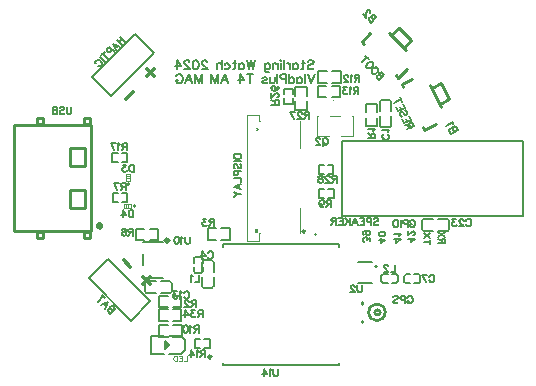
<source format=gbo>
G04 Layer: BottomSilkscreenLayer*
G04 Panelize: , Column: 1, Row: 1, Board Size: 43.14mm x 33.02mm, Panelized Board Size: 43.14mm x 33.02mm*
G04 EasyEDA v6.5.47, 2024-10-29 22:54:22*
G04 42380360e6cd4aec933f52dd5ad820ca,9a4ed40c0dd746429eaf55b84663d2fb,10*
G04 Gerber Generator version 0.2*
G04 Scale: 100 percent, Rotated: No, Reflected: No *
G04 Dimensions in millimeters *
G04 leading zeros omitted , absolute positions ,4 integer and 5 decimal *
%FSLAX45Y45*%
%MOMM*%

%ADD10C,0.1524*%
%ADD11C,0.1270*%
%ADD12C,0.3000*%
%ADD13C,0.1000*%
%ADD14C,0.1520*%
%ADD15C,0.0500*%
%ADD16C,0.2540*%
%ADD17C,0.1250*%
%ADD18C,0.0100*%
%ADD19C,0.1500*%
%ADD20C,0.2500*%
%ADD21C,0.0148*%

%LPD*%
D10*
X1356459Y1615528D02*
G01*
X1313599Y1572668D01*
X1356459Y1615528D02*
G01*
X1338092Y1633898D01*
X1329926Y1637979D01*
X1325844Y1637979D01*
X1319723Y1635940D01*
X1315641Y1631858D01*
X1313599Y1625734D01*
X1313599Y1621652D01*
X1317680Y1613489D01*
X1336050Y1595120D02*
G01*
X1317680Y1613489D01*
X1309517Y1617571D01*
X1305435Y1617571D01*
X1299314Y1615528D01*
X1293190Y1609407D01*
X1291148Y1603283D01*
X1291148Y1599201D01*
X1295229Y1591038D01*
X1313599Y1572668D01*
X1302169Y1669818D02*
G01*
X1304211Y1663697D01*
X1304211Y1655533D01*
X1302169Y1649409D01*
X1298087Y1641246D01*
X1287884Y1631040D01*
X1279720Y1626958D01*
X1273596Y1624919D01*
X1265433Y1624919D01*
X1259309Y1626958D01*
X1251145Y1635122D01*
X1249105Y1641246D01*
X1249105Y1649409D01*
X1251145Y1655533D01*
X1255227Y1663697D01*
X1265433Y1673900D01*
X1273596Y1677982D01*
X1279720Y1680024D01*
X1287884Y1680024D01*
X1294005Y1677982D01*
X1302169Y1669818D01*
X1256045Y1715945D02*
G01*
X1258084Y1709821D01*
X1258084Y1701657D01*
X1256045Y1695536D01*
X1251963Y1687372D01*
X1241757Y1677167D01*
X1233594Y1673085D01*
X1227470Y1671043D01*
X1219306Y1671043D01*
X1213185Y1673085D01*
X1205021Y1681248D01*
X1202979Y1687372D01*
X1202979Y1695536D01*
X1205021Y1701657D01*
X1209103Y1709821D01*
X1219306Y1720027D01*
X1227470Y1724108D01*
X1233594Y1726150D01*
X1241757Y1726150D01*
X1247881Y1724108D01*
X1256045Y1715945D01*
X1207876Y1764111D02*
G01*
X1165016Y1721251D01*
X1222164Y1749826D02*
G01*
X1193591Y1778398D01*
D11*
X705378Y1728810D02*
G01*
X712650Y1736084D01*
X723559Y1739719D01*
X738106Y1739719D01*
X749015Y1736084D01*
X756287Y1728810D01*
X756287Y1721538D01*
X752650Y1714266D01*
X749015Y1710629D01*
X741740Y1706993D01*
X719924Y1699719D01*
X712650Y1696085D01*
X709015Y1692447D01*
X705378Y1685175D01*
X705378Y1674266D01*
X712650Y1666993D01*
X723559Y1663357D01*
X738106Y1663357D01*
X749015Y1666993D01*
X756287Y1674266D01*
X670468Y1739719D02*
G01*
X670468Y1677903D01*
X666833Y1666993D01*
X659559Y1663357D01*
X652287Y1663357D01*
X681377Y1714266D02*
G01*
X655924Y1714266D01*
X584652Y1714266D02*
G01*
X584652Y1663357D01*
X584652Y1703357D02*
G01*
X591924Y1710629D01*
X599196Y1714266D01*
X610105Y1714266D01*
X617377Y1710629D01*
X624652Y1703357D01*
X628287Y1692447D01*
X628287Y1685175D01*
X624652Y1674266D01*
X617377Y1666993D01*
X610105Y1663357D01*
X599196Y1663357D01*
X591924Y1666993D01*
X584652Y1674266D01*
X560651Y1714266D02*
G01*
X560651Y1663357D01*
X560651Y1692447D02*
G01*
X557014Y1703357D01*
X549742Y1710629D01*
X542470Y1714266D01*
X531561Y1714266D01*
X507560Y1739719D02*
G01*
X507560Y1663357D01*
X483560Y1739719D02*
G01*
X479925Y1736084D01*
X476288Y1739719D01*
X479925Y1743356D01*
X483560Y1739719D01*
X479925Y1714266D02*
G01*
X479925Y1663357D01*
X452288Y1714266D02*
G01*
X452288Y1663357D01*
X452288Y1699719D02*
G01*
X441378Y1710629D01*
X434106Y1714266D01*
X423197Y1714266D01*
X415925Y1710629D01*
X412288Y1699719D01*
X412288Y1663357D01*
X344652Y1714266D02*
G01*
X344652Y1656085D01*
X348288Y1645175D01*
X351924Y1641538D01*
X359196Y1637903D01*
X370105Y1637903D01*
X377377Y1641538D01*
X344652Y1703357D02*
G01*
X351924Y1710629D01*
X359196Y1714266D01*
X370105Y1714266D01*
X377377Y1710629D01*
X384652Y1703357D01*
X388288Y1692447D01*
X388288Y1685175D01*
X384652Y1674266D01*
X377377Y1666993D01*
X370105Y1663357D01*
X359196Y1663357D01*
X351924Y1666993D01*
X344652Y1674266D01*
X264652Y1739719D02*
G01*
X246471Y1663357D01*
X228287Y1739719D02*
G01*
X246471Y1663357D01*
X228287Y1739719D02*
G01*
X210106Y1663357D01*
X191924Y1739719D02*
G01*
X210106Y1663357D01*
X124289Y1714266D02*
G01*
X124289Y1663357D01*
X124289Y1703357D02*
G01*
X131561Y1710629D01*
X138833Y1714266D01*
X149743Y1714266D01*
X157015Y1710629D01*
X164288Y1703357D01*
X167924Y1692447D01*
X167924Y1685175D01*
X164288Y1674266D01*
X157015Y1666993D01*
X149743Y1663357D01*
X138833Y1663357D01*
X131561Y1666993D01*
X124289Y1674266D01*
X89380Y1739719D02*
G01*
X89380Y1677903D01*
X85742Y1666993D01*
X78470Y1663357D01*
X71198Y1663357D01*
X100289Y1714266D02*
G01*
X74833Y1714266D01*
X3561Y1703357D02*
G01*
X10835Y1710629D01*
X18107Y1714266D01*
X29016Y1714266D01*
X36288Y1710629D01*
X43561Y1703357D01*
X47198Y1692447D01*
X47198Y1685175D01*
X43561Y1674266D01*
X36288Y1666993D01*
X29016Y1663357D01*
X18107Y1663357D01*
X10835Y1666993D01*
X3561Y1674266D01*
X-20439Y1739719D02*
G01*
X-20439Y1663357D01*
X-20439Y1699719D02*
G01*
X-31346Y1710629D01*
X-38620Y1714266D01*
X-49529Y1714266D01*
X-56802Y1710629D01*
X-60439Y1699719D01*
X-60439Y1663357D01*
X-144073Y1721538D02*
G01*
X-144073Y1725175D01*
X-147711Y1732447D01*
X-151345Y1736084D01*
X-158620Y1739719D01*
X-173164Y1739719D01*
X-180439Y1736084D01*
X-184073Y1732447D01*
X-187711Y1725175D01*
X-187711Y1717903D01*
X-184073Y1710629D01*
X-176801Y1699719D01*
X-140439Y1663357D01*
X-191345Y1663357D01*
X-237164Y1739719D02*
G01*
X-226255Y1736084D01*
X-218983Y1725175D01*
X-215346Y1706993D01*
X-215346Y1696085D01*
X-218983Y1677903D01*
X-226255Y1666993D01*
X-237164Y1663357D01*
X-244436Y1663357D01*
X-255346Y1666993D01*
X-262620Y1677903D01*
X-266255Y1696085D01*
X-266255Y1706993D01*
X-262620Y1725175D01*
X-255346Y1736084D01*
X-244436Y1739719D01*
X-237164Y1739719D01*
X-293893Y1721538D02*
G01*
X-293893Y1725175D01*
X-297527Y1732447D01*
X-301165Y1736084D01*
X-308437Y1739719D01*
X-322983Y1739719D01*
X-330255Y1736084D01*
X-333893Y1732447D01*
X-337527Y1725175D01*
X-337527Y1717903D01*
X-333893Y1710629D01*
X-326618Y1699719D01*
X-290255Y1663357D01*
X-341165Y1663357D01*
X-401528Y1739719D02*
G01*
X-365165Y1688810D01*
X-419709Y1688810D01*
X-401528Y1739719D02*
G01*
X-401528Y1663357D01*
X766498Y1622422D02*
G01*
X737407Y1546059D01*
X708317Y1622422D02*
G01*
X737407Y1546059D01*
X684316Y1622422D02*
G01*
X684316Y1546059D01*
X616681Y1596969D02*
G01*
X616681Y1546059D01*
X616681Y1586059D02*
G01*
X623953Y1593331D01*
X631225Y1596969D01*
X642134Y1596969D01*
X649406Y1593331D01*
X656681Y1586059D01*
X660316Y1575150D01*
X660316Y1567878D01*
X656681Y1556969D01*
X649406Y1549696D01*
X642134Y1546059D01*
X631225Y1546059D01*
X623953Y1549696D01*
X616681Y1556969D01*
X549043Y1622422D02*
G01*
X549043Y1546059D01*
X549043Y1586059D02*
G01*
X556315Y1593331D01*
X563590Y1596969D01*
X574498Y1596969D01*
X581771Y1593331D01*
X589043Y1586059D01*
X592681Y1575150D01*
X592681Y1567878D01*
X589043Y1556969D01*
X581771Y1549696D01*
X574498Y1546059D01*
X563590Y1546059D01*
X556315Y1549696D01*
X549043Y1556969D01*
X525043Y1622422D02*
G01*
X525043Y1546059D01*
X525043Y1622422D02*
G01*
X492318Y1622422D01*
X481408Y1618787D01*
X477771Y1615150D01*
X474134Y1607878D01*
X474134Y1596969D01*
X477771Y1589696D01*
X481408Y1586059D01*
X492318Y1582422D01*
X525043Y1582422D01*
X450136Y1622422D02*
G01*
X450136Y1546059D01*
X426135Y1596969D02*
G01*
X426135Y1560606D01*
X422499Y1549696D01*
X415226Y1546059D01*
X404317Y1546059D01*
X397045Y1549696D01*
X386135Y1560606D01*
X386135Y1596969D02*
G01*
X386135Y1546059D01*
X322135Y1586059D02*
G01*
X325772Y1593331D01*
X336682Y1596969D01*
X347588Y1596969D01*
X358499Y1593331D01*
X362135Y1586059D01*
X358499Y1578787D01*
X351226Y1575150D01*
X333044Y1571513D01*
X325772Y1567878D01*
X322135Y1560606D01*
X322135Y1556969D01*
X325772Y1549696D01*
X336682Y1546059D01*
X347588Y1546059D01*
X358499Y1549696D01*
X362135Y1556969D01*
X216682Y1622422D02*
G01*
X216682Y1546059D01*
X242135Y1622422D02*
G01*
X191226Y1622422D01*
X130863Y1622422D02*
G01*
X167225Y1571513D01*
X112682Y1571513D01*
X130863Y1622422D02*
G01*
X130863Y1546059D01*
X3591Y1622422D02*
G01*
X32682Y1546059D01*
X3591Y1622422D02*
G01*
X-25500Y1546059D01*
X21772Y1571513D02*
G01*
X-14589Y1571513D01*
X-49500Y1622422D02*
G01*
X-49500Y1546059D01*
X-49500Y1622422D02*
G01*
X-78590Y1546059D01*
X-107680Y1622422D02*
G01*
X-78590Y1546059D01*
X-107680Y1622422D02*
G01*
X-107680Y1546059D01*
X-187680Y1622422D02*
G01*
X-187680Y1546059D01*
X-187680Y1622422D02*
G01*
X-216771Y1546059D01*
X-245864Y1622422D02*
G01*
X-216771Y1546059D01*
X-245864Y1622422D02*
G01*
X-245864Y1546059D01*
X-298952Y1622422D02*
G01*
X-269862Y1546059D01*
X-298952Y1622422D02*
G01*
X-328046Y1546059D01*
X-280771Y1571513D02*
G01*
X-317136Y1571513D01*
X-406590Y1604241D02*
G01*
X-402953Y1611513D01*
X-395681Y1618787D01*
X-388409Y1622422D01*
X-373862Y1622422D01*
X-366590Y1618787D01*
X-359318Y1611513D01*
X-355681Y1604241D01*
X-352043Y1593331D01*
X-352043Y1575150D01*
X-355681Y1564241D01*
X-359318Y1556969D01*
X-366590Y1549696D01*
X-373862Y1546059D01*
X-388409Y1546059D01*
X-395681Y1549696D01*
X-402953Y1556969D01*
X-406590Y1564241D01*
X-406590Y1575150D01*
X-388409Y1575150D02*
G01*
X-406590Y1575150D01*
D10*
X1603819Y1182232D02*
G01*
X1549341Y1155661D01*
X1603819Y1182232D02*
G01*
X1592432Y1205580D01*
X1586042Y1212098D01*
X1582181Y1213426D01*
X1575729Y1213490D01*
X1570540Y1210960D01*
X1566616Y1205834D01*
X1565287Y1201976D01*
X1566489Y1192928D01*
X1577878Y1169578D01*
X1569018Y1187739D02*
G01*
X1531627Y1191981D01*
X1577754Y1235674D02*
G01*
X1523276Y1209103D01*
X1577754Y1235674D02*
G01*
X1561304Y1269398D01*
X1551813Y1223020D02*
G01*
X1541688Y1243774D01*
X1523276Y1209103D02*
G01*
X1506827Y1242827D01*
X1527456Y1319044D02*
G01*
X1535175Y1316385D01*
X1541566Y1309870D01*
X1546628Y1299491D01*
X1547830Y1290444D01*
X1545170Y1282725D01*
X1539984Y1280195D01*
X1533530Y1280259D01*
X1529669Y1281587D01*
X1524546Y1285509D01*
X1511764Y1298544D01*
X1506639Y1302468D01*
X1502780Y1303797D01*
X1496326Y1303860D01*
X1488544Y1300065D01*
X1485887Y1292346D01*
X1487088Y1283296D01*
X1492148Y1272921D01*
X1498539Y1266403D01*
X1506258Y1263746D01*
X1526890Y1339961D02*
G01*
X1472410Y1313390D01*
X1526890Y1339961D02*
G01*
X1510441Y1373687D01*
X1500946Y1327310D02*
G01*
X1490825Y1348064D01*
X1472410Y1313390D02*
G01*
X1455961Y1347116D01*
X1493232Y1408968D02*
G01*
X1438752Y1382397D01*
X1502089Y1390810D02*
G01*
X1484375Y1427129D01*
D11*
X1870443Y190799D02*
G01*
X1813168Y190799D01*
X1870443Y190799D02*
G01*
X1870443Y215346D01*
X1867715Y223527D01*
X1864987Y226253D01*
X1859534Y228980D01*
X1854078Y228980D01*
X1848624Y226253D01*
X1845896Y223527D01*
X1843168Y215346D01*
X1843168Y190799D01*
X1843168Y209890D02*
G01*
X1813168Y228980D01*
X1870443Y246981D02*
G01*
X1813168Y285163D01*
X1870443Y285163D02*
G01*
X1813168Y246981D01*
X1745343Y201190D02*
G01*
X1688068Y201190D01*
X1745343Y182100D02*
G01*
X1745343Y220281D01*
X1745343Y238282D02*
G01*
X1688068Y276463D01*
X1745343Y276463D02*
G01*
X1688068Y238282D01*
X1616341Y225272D02*
G01*
X1578160Y198000D01*
X1578160Y238909D01*
X1616341Y225272D02*
G01*
X1559067Y225272D01*
X1602704Y259636D02*
G01*
X1605432Y259636D01*
X1610885Y262364D01*
X1613613Y265092D01*
X1616341Y270545D01*
X1616341Y281454D01*
X1613613Y286910D01*
X1610885Y289636D01*
X1605432Y292364D01*
X1599976Y292364D01*
X1594523Y289636D01*
X1586341Y284182D01*
X1559067Y256910D01*
X1559067Y295092D01*
X1493039Y223474D02*
G01*
X1454858Y196202D01*
X1454858Y237111D01*
X1493039Y223474D02*
G01*
X1435765Y223474D01*
X1482130Y255112D02*
G01*
X1484858Y260565D01*
X1493039Y268747D01*
X1435765Y268747D01*
X1364340Y219870D02*
G01*
X1326159Y192598D01*
X1326159Y233507D01*
X1364340Y219870D02*
G01*
X1307066Y219870D01*
X1364340Y267870D02*
G01*
X1361612Y259689D01*
X1353431Y254233D01*
X1339794Y251508D01*
X1331612Y251508D01*
X1317975Y254233D01*
X1309794Y259689D01*
X1307066Y267870D01*
X1307066Y273324D01*
X1309794Y281508D01*
X1317975Y286961D01*
X1331612Y289689D01*
X1339794Y289689D01*
X1353431Y286961D01*
X1361612Y281508D01*
X1364340Y273324D01*
X1364340Y267870D01*
X1233540Y208854D02*
G01*
X1233540Y238853D01*
X1211722Y222491D01*
X1211722Y230672D01*
X1208994Y236128D01*
X1206266Y238853D01*
X1198084Y241581D01*
X1192631Y241581D01*
X1184450Y238853D01*
X1178994Y233400D01*
X1176266Y225219D01*
X1176266Y217037D01*
X1178994Y208854D01*
X1181722Y206128D01*
X1187175Y203400D01*
X1214450Y295036D02*
G01*
X1206266Y292310D01*
X1200812Y286854D01*
X1198084Y278673D01*
X1198084Y275945D01*
X1200812Y267764D01*
X1206266Y262310D01*
X1214450Y259582D01*
X1217175Y259582D01*
X1225359Y262310D01*
X1230812Y267764D01*
X1233540Y275945D01*
X1233540Y278673D01*
X1230812Y286854D01*
X1225359Y292310D01*
X1214450Y295036D01*
X1200812Y295036D01*
X1187175Y292310D01*
X1178994Y286854D01*
X1176266Y278673D01*
X1176266Y273217D01*
X1178994Y265036D01*
X1184450Y262310D01*
D12*
X-686389Y-155605D02*
G01*
X-628535Y-97751D01*
X-686389Y-97751D02*
G01*
X-628535Y-155605D01*
X-851595Y49077D02*
G01*
X-793742Y-8775D01*
X-592294Y1604403D02*
G01*
X-650148Y1662264D01*
X-650148Y1604403D02*
G01*
X-592294Y1662264D01*
X-829995Y1416400D02*
G01*
X-772142Y1474251D01*
D10*
X1573103Y373644D02*
G01*
X1575988Y379417D01*
X1581762Y385190D01*
X1587533Y388076D01*
X1599079Y388076D01*
X1604853Y385190D01*
X1610624Y379417D01*
X1613512Y373644D01*
X1616397Y364985D01*
X1616397Y350555D01*
X1613512Y341894D01*
X1610624Y336123D01*
X1604853Y330349D01*
X1599079Y327464D01*
X1587533Y327464D01*
X1581762Y330349D01*
X1575988Y336123D01*
X1573103Y341894D01*
X1573103Y350555D01*
X1587533Y350555D02*
G01*
X1573103Y350555D01*
X1554053Y388076D02*
G01*
X1554053Y327464D01*
X1554053Y388076D02*
G01*
X1528074Y388076D01*
X1519415Y385190D01*
X1516529Y382303D01*
X1513644Y376532D01*
X1513644Y367873D01*
X1516529Y362099D01*
X1519415Y359214D01*
X1528074Y356326D01*
X1554053Y356326D01*
X1494594Y388076D02*
G01*
X1494594Y327464D01*
X1458224Y388076D02*
G01*
X1463997Y385190D01*
X1469770Y379417D01*
X1472656Y373644D01*
X1475544Y364985D01*
X1475544Y350555D01*
X1472656Y341894D01*
X1469770Y336123D01*
X1463997Y330349D01*
X1458224Y327464D01*
X1446679Y327464D01*
X1440906Y330349D01*
X1435135Y336123D01*
X1432247Y341894D01*
X1429362Y350555D01*
X1429362Y364985D01*
X1432247Y373644D01*
X1435135Y379417D01*
X1440906Y385190D01*
X1446679Y388076D01*
X1458224Y388076D01*
X-921890Y-362089D02*
G01*
X-964750Y-404949D01*
X-921890Y-362089D02*
G01*
X-940257Y-343720D01*
X-948423Y-339638D01*
X-952505Y-339638D01*
X-958626Y-341678D01*
X-962708Y-345760D01*
X-964750Y-351883D01*
X-964750Y-355965D01*
X-960668Y-364129D01*
X-942299Y-382498D02*
G01*
X-960668Y-364129D01*
X-968832Y-360047D01*
X-972913Y-360047D01*
X-979035Y-362089D01*
X-985159Y-368211D01*
X-987201Y-374335D01*
X-987201Y-378416D01*
X-983119Y-386580D01*
X-964750Y-404949D01*
X-980262Y-303717D02*
G01*
X-1006792Y-362905D01*
X-980262Y-303717D02*
G01*
X-1039449Y-330250D01*
X-998628Y-342496D02*
G01*
X-1019040Y-322084D01*
X-1024346Y-259633D02*
G01*
X-1067206Y-302493D01*
X-1010058Y-273918D02*
G01*
X-1038633Y-245346D01*
X-883206Y1940405D02*
G01*
X-840346Y1897545D01*
X-911781Y1911832D02*
G01*
X-868921Y1868972D01*
X-862797Y1919996D02*
G01*
X-891369Y1891423D01*
X-941577Y1882033D02*
G01*
X-882390Y1855503D01*
X-941577Y1882033D02*
G01*
X-915045Y1822846D01*
X-902799Y1863666D02*
G01*
X-923211Y1843255D01*
X-971377Y1852236D02*
G01*
X-928517Y1809376D01*
X-971377Y1852236D02*
G01*
X-989746Y1833867D01*
X-993828Y1825703D01*
X-993828Y1821621D01*
X-991786Y1815498D01*
X-985662Y1809376D01*
X-979540Y1807334D01*
X-975459Y1807334D01*
X-967295Y1811416D01*
X-948926Y1829785D01*
X-1027706Y1795904D02*
G01*
X-984846Y1753044D01*
X-1013419Y1810191D02*
G01*
X-1041994Y1781619D01*
X-1055463Y1768149D02*
G01*
X-1012604Y1725287D01*
X-1089345Y1713859D02*
G01*
X-1091384Y1719981D01*
X-1091384Y1728144D01*
X-1089345Y1734268D01*
X-1081181Y1742432D01*
X-1075057Y1744474D01*
X-1066893Y1744474D01*
X-1060770Y1742432D01*
X-1052606Y1738350D01*
X-1042403Y1728144D01*
X-1038321Y1719981D01*
X-1036279Y1713859D01*
X-1036279Y1705696D01*
X-1038321Y1699572D01*
X-1046485Y1691408D01*
X-1052606Y1689366D01*
X-1060770Y1689366D01*
X-1066893Y1691408D01*
D11*
X-1292997Y1346873D02*
G01*
X-1292997Y1303578D01*
X-1295882Y1294919D01*
X-1301656Y1289146D01*
X-1310314Y1286261D01*
X-1316088Y1286261D01*
X-1324747Y1289146D01*
X-1330520Y1294919D01*
X-1333406Y1303578D01*
X-1333406Y1346873D01*
X-1392864Y1338214D02*
G01*
X-1387091Y1343987D01*
X-1378432Y1346873D01*
X-1366888Y1346873D01*
X-1358229Y1343987D01*
X-1352456Y1338214D01*
X-1352456Y1332440D01*
X-1355341Y1326669D01*
X-1358229Y1323781D01*
X-1364002Y1320896D01*
X-1381320Y1315123D01*
X-1387091Y1312237D01*
X-1389979Y1309352D01*
X-1392864Y1303578D01*
X-1392864Y1294919D01*
X-1387091Y1289146D01*
X-1378432Y1286261D01*
X-1366888Y1286261D01*
X-1358229Y1289146D01*
X-1352456Y1294919D01*
X-1411914Y1346873D02*
G01*
X-1411914Y1286261D01*
X-1411914Y1346873D02*
G01*
X-1437891Y1346873D01*
X-1446552Y1343987D01*
X-1449438Y1341102D01*
X-1452323Y1335328D01*
X-1452323Y1329555D01*
X-1449438Y1323781D01*
X-1446552Y1320896D01*
X-1437891Y1318011D01*
X-1411914Y1318011D02*
G01*
X-1437891Y1318011D01*
X-1446552Y1315123D01*
X-1449438Y1312237D01*
X-1452323Y1306464D01*
X-1452323Y1297805D01*
X-1449438Y1292031D01*
X-1446552Y1289146D01*
X-1437891Y1286261D01*
X-1411914Y1286261D01*
D10*
X1264287Y396816D02*
G01*
X1270060Y402589D01*
X1278719Y405475D01*
X1290264Y405475D01*
X1298922Y402589D01*
X1304696Y396816D01*
X1304696Y391043D01*
X1301810Y385272D01*
X1298922Y382384D01*
X1293152Y379498D01*
X1275831Y373725D01*
X1270060Y370839D01*
X1267172Y367954D01*
X1264287Y362181D01*
X1264287Y353522D01*
X1270060Y347748D01*
X1278719Y344863D01*
X1290264Y344863D01*
X1298922Y347748D01*
X1304696Y353522D01*
X1245237Y405475D02*
G01*
X1245237Y344863D01*
X1245237Y405475D02*
G01*
X1219260Y405475D01*
X1210602Y402589D01*
X1207714Y399702D01*
X1204828Y393931D01*
X1204828Y385272D01*
X1207714Y379498D01*
X1210602Y376613D01*
X1219260Y373725D01*
X1245237Y373725D01*
X1185778Y405475D02*
G01*
X1185778Y344863D01*
X1185778Y405475D02*
G01*
X1148255Y405475D01*
X1185778Y376613D02*
G01*
X1162687Y376613D01*
X1185778Y344863D02*
G01*
X1148255Y344863D01*
X1106114Y405475D02*
G01*
X1129205Y344863D01*
X1106114Y405475D02*
G01*
X1083022Y344863D01*
X1120546Y365066D02*
G01*
X1091684Y365066D01*
X1063972Y405475D02*
G01*
X1063972Y344863D01*
X1023564Y405475D02*
G01*
X1063972Y365066D01*
X1049543Y379498D02*
G01*
X1023564Y344863D01*
X1004514Y405475D02*
G01*
X1004514Y344863D01*
X1004514Y405475D02*
G01*
X966993Y405475D01*
X1004514Y376613D02*
G01*
X981425Y376613D01*
X1004514Y344863D02*
G01*
X966993Y344863D01*
X947943Y405475D02*
G01*
X947943Y344863D01*
X947943Y405475D02*
G01*
X921964Y405475D01*
X913305Y402589D01*
X910419Y399702D01*
X907534Y393931D01*
X907534Y388157D01*
X910419Y382384D01*
X913305Y379498D01*
X921964Y376613D01*
X947943Y376613D01*
X927737Y376613D02*
G01*
X907534Y344863D01*
D11*
X-237289Y-292011D02*
G01*
X-237289Y-352623D01*
X-237289Y-292011D02*
G01*
X-263265Y-292011D01*
X-271924Y-294896D01*
X-274812Y-297781D01*
X-277698Y-303555D01*
X-277698Y-309328D01*
X-274812Y-315102D01*
X-271924Y-317987D01*
X-263265Y-320873D01*
X-237289Y-320873D01*
X-257495Y-320873D02*
G01*
X-277698Y-352623D01*
X-299633Y-306443D02*
G01*
X-299633Y-303555D01*
X-302521Y-297781D01*
X-305407Y-294896D01*
X-311180Y-292011D01*
X-322724Y-292011D01*
X-328498Y-294896D01*
X-331383Y-297781D01*
X-334271Y-303555D01*
X-334271Y-309328D01*
X-331383Y-315102D01*
X-325612Y-323761D01*
X-296748Y-352623D01*
X-337157Y-352623D01*
X-182999Y-376001D02*
G01*
X-182999Y-436613D01*
X-182999Y-376001D02*
G01*
X-208975Y-376001D01*
X-217634Y-378886D01*
X-220522Y-381772D01*
X-223408Y-387545D01*
X-223408Y-393319D01*
X-220522Y-399092D01*
X-217634Y-401977D01*
X-208975Y-404863D01*
X-182999Y-404863D01*
X-203205Y-404863D02*
G01*
X-223408Y-436613D01*
X-248231Y-376001D02*
G01*
X-279981Y-376001D01*
X-262663Y-399092D01*
X-271322Y-399092D01*
X-277093Y-401977D01*
X-279981Y-404863D01*
X-282867Y-413522D01*
X-282867Y-419295D01*
X-279981Y-427954D01*
X-274208Y-433727D01*
X-265549Y-436613D01*
X-256890Y-436613D01*
X-248231Y-433727D01*
X-245343Y-430842D01*
X-242458Y-425069D01*
X-330781Y-376001D02*
G01*
X-301917Y-416410D01*
X-345213Y-416410D01*
X-330781Y-376001D02*
G01*
X-330781Y-436613D01*
X861235Y1084254D02*
G01*
X866960Y1081389D01*
X872688Y1075662D01*
X875553Y1069936D01*
X878415Y1061344D01*
X878415Y1047026D01*
X875553Y1038435D01*
X872688Y1032708D01*
X866960Y1026980D01*
X861235Y1024117D01*
X849779Y1024117D01*
X844052Y1026980D01*
X838324Y1032708D01*
X835461Y1038435D01*
X832596Y1047026D01*
X832596Y1061344D01*
X835461Y1069936D01*
X838324Y1075662D01*
X844052Y1081389D01*
X849779Y1084254D01*
X861235Y1084254D01*
X852642Y1035573D02*
G01*
X835461Y1018390D01*
X810834Y1069936D02*
G01*
X810834Y1072799D01*
X807971Y1078527D01*
X805106Y1081389D01*
X799378Y1084254D01*
X787925Y1084254D01*
X782198Y1081389D01*
X779332Y1078527D01*
X776470Y1072799D01*
X776470Y1067071D01*
X779332Y1061344D01*
X785060Y1052753D01*
X813696Y1024117D01*
X773607Y1024117D01*
X903759Y556011D02*
G01*
X903759Y495399D01*
X903759Y556011D02*
G01*
X877783Y556011D01*
X869124Y553125D01*
X866236Y550240D01*
X863351Y544466D01*
X863351Y538693D01*
X866236Y532919D01*
X869124Y530034D01*
X877783Y527149D01*
X903759Y527149D01*
X883554Y527149D02*
G01*
X863351Y495399D01*
X806777Y535807D02*
G01*
X809665Y527149D01*
X815436Y521375D01*
X824095Y518490D01*
X826983Y518490D01*
X835642Y521375D01*
X841415Y527149D01*
X844301Y535807D01*
X844301Y538693D01*
X841415Y547352D01*
X835642Y553125D01*
X826983Y556011D01*
X824095Y556011D01*
X815436Y553125D01*
X809665Y547352D01*
X806777Y535807D01*
X806777Y521375D01*
X809665Y506943D01*
X815436Y498284D01*
X824095Y495399D01*
X829868Y495399D01*
X838527Y498284D01*
X841415Y504057D01*
X460110Y1365214D02*
G01*
X399498Y1365214D01*
X460110Y1365214D02*
G01*
X460110Y1391191D01*
X457225Y1399849D01*
X454339Y1402737D01*
X448566Y1405623D01*
X442793Y1405623D01*
X437019Y1402737D01*
X434134Y1399849D01*
X431248Y1391191D01*
X431248Y1365214D01*
X431248Y1385420D02*
G01*
X399498Y1405623D01*
X445678Y1427558D02*
G01*
X448566Y1427558D01*
X454339Y1430446D01*
X457225Y1433332D01*
X460110Y1439105D01*
X460110Y1450649D01*
X457225Y1456423D01*
X454339Y1459308D01*
X448566Y1462196D01*
X442793Y1462196D01*
X437019Y1459308D01*
X428360Y1453537D01*
X399498Y1424673D01*
X399498Y1465082D01*
X451451Y1518770D02*
G01*
X457225Y1515882D01*
X460110Y1507223D01*
X460110Y1501449D01*
X457225Y1492791D01*
X448566Y1487020D01*
X434134Y1484132D01*
X419701Y1484132D01*
X408157Y1487020D01*
X402384Y1492791D01*
X399498Y1501449D01*
X399498Y1504337D01*
X402384Y1512996D01*
X408157Y1518770D01*
X416816Y1521655D01*
X419701Y1521655D01*
X428360Y1518770D01*
X434134Y1512996D01*
X437019Y1504337D01*
X437019Y1501449D01*
X434134Y1492791D01*
X428360Y1487020D01*
X419701Y1484132D01*
X954298Y763676D02*
G01*
X954298Y703064D01*
X954298Y763676D02*
G01*
X928321Y763676D01*
X919662Y760790D01*
X916774Y757905D01*
X913889Y752132D01*
X913889Y746358D01*
X916774Y740585D01*
X919662Y737699D01*
X928321Y734814D01*
X954298Y734814D01*
X934092Y734814D02*
G01*
X913889Y703064D01*
X891954Y749244D02*
G01*
X891954Y752132D01*
X889066Y757905D01*
X886180Y760790D01*
X880407Y763676D01*
X868862Y763676D01*
X863089Y760790D01*
X860204Y757905D01*
X857316Y752132D01*
X857316Y746358D01*
X860204Y740585D01*
X865974Y731926D01*
X894839Y703064D01*
X854430Y703064D01*
X820948Y763676D02*
G01*
X829607Y760790D01*
X832492Y755017D01*
X832492Y749244D01*
X829607Y743473D01*
X823833Y740585D01*
X812289Y737699D01*
X803630Y734814D01*
X797857Y729040D01*
X794971Y723267D01*
X794971Y714608D01*
X797857Y708835D01*
X800742Y705949D01*
X809404Y703064D01*
X820948Y703064D01*
X829607Y705949D01*
X832492Y708835D01*
X835380Y714608D01*
X835380Y723267D01*
X832492Y729040D01*
X826721Y734814D01*
X818062Y737699D01*
X806516Y740585D01*
X800742Y743473D01*
X797857Y749244D01*
X797857Y755017D01*
X800742Y760790D01*
X809404Y763676D01*
X820948Y763676D01*
X-764791Y856300D02*
G01*
X-764791Y796163D01*
X-764791Y856300D02*
G01*
X-784837Y856300D01*
X-793427Y853434D01*
X-799155Y847707D01*
X-802017Y841982D01*
X-804882Y833389D01*
X-804882Y819071D01*
X-802017Y810480D01*
X-799155Y804753D01*
X-793427Y799026D01*
X-784837Y796163D01*
X-764791Y796163D01*
X-829510Y856300D02*
G01*
X-861009Y856300D01*
X-843828Y833389D01*
X-852418Y833389D01*
X-858146Y830526D01*
X-861009Y827661D01*
X-863874Y819071D01*
X-863874Y813343D01*
X-861009Y804753D01*
X-855281Y799026D01*
X-846691Y796163D01*
X-838100Y796163D01*
X-829510Y799026D01*
X-826645Y801890D01*
X-823782Y807618D01*
X-769312Y473445D02*
G01*
X-769312Y413308D01*
X-769312Y473445D02*
G01*
X-789358Y473445D01*
X-797948Y470580D01*
X-803676Y464853D01*
X-806538Y459127D01*
X-809404Y450535D01*
X-809404Y436217D01*
X-806538Y427626D01*
X-803676Y421899D01*
X-797948Y416172D01*
X-789358Y413308D01*
X-769312Y413308D01*
X-856940Y473445D02*
G01*
X-828304Y433354D01*
X-871258Y433354D01*
X-856940Y473445D02*
G01*
X-856940Y413308D01*
D13*
X-311096Y-760448D02*
G01*
X-311096Y-808174D01*
X-311096Y-808174D02*
G01*
X-338368Y-808174D01*
X-353369Y-760448D02*
G01*
X-353369Y-808174D01*
X-353369Y-760448D02*
G01*
X-382915Y-760448D01*
X-353369Y-783175D02*
G01*
X-371551Y-783175D01*
X-353369Y-808174D02*
G01*
X-382915Y-808174D01*
X-397913Y-760448D02*
G01*
X-397913Y-808174D01*
X-397913Y-760448D02*
G01*
X-413824Y-760448D01*
X-420641Y-762721D01*
X-425188Y-767265D01*
X-427459Y-771812D01*
X-429732Y-778629D01*
X-429732Y-789993D01*
X-427459Y-796810D01*
X-425188Y-801357D01*
X-420641Y-805902D01*
X-413824Y-808174D01*
X-397913Y-808174D01*
D11*
X-289298Y246974D02*
G01*
X-289298Y203540D01*
X-292092Y194904D01*
X-297934Y189316D01*
X-306570Y186268D01*
X-312412Y186268D01*
X-321048Y189316D01*
X-326636Y194904D01*
X-329684Y203540D01*
X-329684Y246974D01*
X-348734Y235290D02*
G01*
X-354576Y238338D01*
X-363212Y246974D01*
X-363212Y186268D01*
X-399534Y246974D02*
G01*
X-390898Y244180D01*
X-385056Y235290D01*
X-382262Y221066D01*
X-382262Y212430D01*
X-385056Y197952D01*
X-390898Y189316D01*
X-399534Y186268D01*
X-405376Y186268D01*
X-414012Y189316D01*
X-419600Y197952D01*
X-422648Y212430D01*
X-422648Y221066D01*
X-419600Y235290D01*
X-414012Y244180D01*
X-405376Y246974D01*
X-399534Y246974D01*
X-834735Y700145D02*
G01*
X-834735Y639533D01*
X-834735Y700145D02*
G01*
X-860712Y700145D01*
X-869370Y697260D01*
X-872258Y694375D01*
X-875144Y688601D01*
X-875144Y682828D01*
X-872258Y677054D01*
X-869370Y674169D01*
X-860712Y671283D01*
X-834735Y671283D01*
X-854941Y671283D02*
G01*
X-875144Y639533D01*
X-934603Y700145D02*
G01*
X-905741Y639533D01*
X-894194Y700145D02*
G01*
X-934603Y700145D01*
X-825649Y1037269D02*
G01*
X-825649Y976657D01*
X-825649Y1037269D02*
G01*
X-851626Y1037269D01*
X-860285Y1034384D01*
X-863173Y1031499D01*
X-866058Y1025725D01*
X-866058Y1019952D01*
X-863173Y1014178D01*
X-860285Y1011293D01*
X-851626Y1008407D01*
X-825649Y1008407D01*
X-845855Y1008407D02*
G01*
X-866058Y976657D01*
X-885108Y1025725D02*
G01*
X-890882Y1028611D01*
X-899540Y1037269D01*
X-899540Y976657D01*
X-958999Y1037269D02*
G01*
X-930135Y976657D01*
X-918590Y1037269D02*
G01*
X-958999Y1037269D01*
D14*
X82052Y944059D02*
G01*
X142664Y944059D01*
X82052Y944059D02*
G01*
X82052Y923853D01*
X84937Y915195D01*
X90711Y909424D01*
X96484Y906536D01*
X105143Y903650D01*
X119573Y903650D01*
X128234Y906536D01*
X134005Y909424D01*
X139778Y915195D01*
X142664Y923853D01*
X142664Y944059D01*
X82052Y884600D02*
G01*
X142664Y884600D01*
X90711Y825141D02*
G01*
X84937Y830915D01*
X82052Y839574D01*
X82052Y851118D01*
X84937Y859777D01*
X90711Y865550D01*
X96484Y865550D01*
X102255Y862665D01*
X105143Y859777D01*
X108028Y854006D01*
X113802Y836686D01*
X116687Y830915D01*
X119573Y828027D01*
X125346Y825141D01*
X134005Y825141D01*
X139778Y830915D01*
X142664Y839574D01*
X142664Y851118D01*
X139778Y859777D01*
X134005Y865550D01*
X82052Y806091D02*
G01*
X142664Y806091D01*
X82052Y806091D02*
G01*
X82052Y780115D01*
X84937Y771456D01*
X87825Y768568D01*
X93596Y765682D01*
X102255Y765682D01*
X108028Y768568D01*
X110914Y771456D01*
X113802Y780115D01*
X113802Y806091D01*
X82052Y746632D02*
G01*
X142664Y746632D01*
X142664Y746632D02*
G01*
X142664Y711997D01*
X82052Y669856D02*
G01*
X142664Y692947D01*
X82052Y669856D02*
G01*
X142664Y646765D01*
X122461Y684286D02*
G01*
X122461Y655424D01*
X82052Y627715D02*
G01*
X110914Y604624D01*
X142664Y604624D01*
X82052Y581532D02*
G01*
X110914Y604624D01*
D13*
X277101Y283809D02*
G01*
X258051Y296509D01*
X277101Y296509D02*
G01*
X258051Y283809D01*
X277101Y302605D02*
G01*
X258051Y315305D01*
X277101Y315305D02*
G01*
X258051Y302605D01*
D15*
X287007Y1161115D02*
G01*
X267957Y1153749D01*
X287007Y1161115D02*
G01*
X267957Y1168481D01*
X274307Y1156543D02*
G01*
X274307Y1165687D01*
D11*
X457456Y-872916D02*
G01*
X457459Y-916211D01*
X454571Y-924869D01*
X448797Y-930643D01*
X440138Y-933531D01*
X434365Y-933528D01*
X425706Y-930643D01*
X419933Y-924869D01*
X417047Y-916211D01*
X417047Y-872916D01*
X397997Y-884461D02*
G01*
X392224Y-881573D01*
X383565Y-872916D01*
X383565Y-933528D01*
X335650Y-872916D02*
G01*
X364515Y-913325D01*
X321221Y-913325D01*
X335650Y-872916D02*
G01*
X335650Y-933528D01*
X1551203Y-270753D02*
G01*
X1554088Y-264980D01*
X1559862Y-259206D01*
X1565633Y-256321D01*
X1577179Y-256321D01*
X1582953Y-259206D01*
X1588724Y-264980D01*
X1591612Y-270753D01*
X1594497Y-279412D01*
X1594497Y-293842D01*
X1591612Y-302503D01*
X1588724Y-308274D01*
X1582953Y-314048D01*
X1577179Y-316933D01*
X1565633Y-316933D01*
X1559862Y-314048D01*
X1554088Y-308274D01*
X1551203Y-302503D01*
X1551203Y-293842D01*
X1565633Y-293842D02*
G01*
X1551203Y-293842D01*
X1532153Y-256321D02*
G01*
X1532153Y-316933D01*
X1532153Y-256321D02*
G01*
X1506174Y-256321D01*
X1497515Y-259206D01*
X1494629Y-262094D01*
X1491744Y-267865D01*
X1491744Y-276524D01*
X1494629Y-282298D01*
X1497515Y-285183D01*
X1506174Y-288071D01*
X1532153Y-288071D01*
X1432283Y-264980D02*
G01*
X1438056Y-259206D01*
X1446715Y-256321D01*
X1458262Y-256321D01*
X1466921Y-259206D01*
X1472694Y-264980D01*
X1472694Y-270753D01*
X1469806Y-276524D01*
X1466921Y-279412D01*
X1461147Y-282298D01*
X1443829Y-288071D01*
X1438056Y-290956D01*
X1435171Y-293842D01*
X1432283Y-299615D01*
X1432283Y-308274D01*
X1438056Y-314048D01*
X1446715Y-316933D01*
X1458262Y-316933D01*
X1466921Y-314048D01*
X1472694Y-308274D01*
X1166855Y-165788D02*
G01*
X1166855Y-208744D01*
X1163993Y-217335D01*
X1158265Y-223062D01*
X1149675Y-225925D01*
X1143947Y-225925D01*
X1135354Y-223062D01*
X1129629Y-217335D01*
X1126764Y-208744D01*
X1126764Y-165788D01*
X1105001Y-180106D02*
G01*
X1105001Y-177243D01*
X1102136Y-171516D01*
X1099273Y-168653D01*
X1093546Y-165788D01*
X1082093Y-165788D01*
X1076365Y-168653D01*
X1073500Y-171516D01*
X1070637Y-177243D01*
X1070637Y-182971D01*
X1073500Y-188699D01*
X1079228Y-197289D01*
X1107864Y-225925D01*
X1067772Y-225925D01*
X1443667Y9773D02*
G01*
X1443667Y-50363D01*
X1443667Y-50363D02*
G01*
X1409303Y-50363D01*
X1387541Y-4544D02*
G01*
X1387541Y-1681D01*
X1384675Y4046D01*
X1381813Y6908D01*
X1376085Y9773D01*
X1364630Y9773D01*
X1358905Y6908D01*
X1356039Y4046D01*
X1353177Y-1681D01*
X1353177Y-7409D01*
X1356039Y-13136D01*
X1361767Y-21727D01*
X1390403Y-50363D01*
X1350312Y-50363D01*
X1143767Y1616905D02*
G01*
X1143767Y1556293D01*
X1143767Y1616905D02*
G01*
X1117790Y1616905D01*
X1109131Y1614020D01*
X1106243Y1611132D01*
X1103358Y1605361D01*
X1103358Y1599587D01*
X1106243Y1593814D01*
X1109131Y1590929D01*
X1117790Y1588043D01*
X1143767Y1588043D01*
X1123561Y1588043D02*
G01*
X1103358Y1556293D01*
X1084308Y1605361D02*
G01*
X1078534Y1608246D01*
X1069875Y1616905D01*
X1069875Y1556293D01*
X1047940Y1602473D02*
G01*
X1047940Y1605361D01*
X1045052Y1611132D01*
X1042167Y1614020D01*
X1036393Y1616905D01*
X1024849Y1616905D01*
X1019075Y1614020D01*
X1016190Y1611132D01*
X1013302Y1605361D01*
X1013302Y1599587D01*
X1016190Y1593814D01*
X1021963Y1585155D01*
X1050825Y1556293D01*
X1010417Y1556293D01*
X2047999Y382371D02*
G01*
X2050884Y388145D01*
X2056658Y393918D01*
X2062429Y396803D01*
X2073976Y396803D01*
X2079749Y393918D01*
X2085520Y388145D01*
X2088408Y382371D01*
X2091293Y373712D01*
X2091293Y359282D01*
X2088408Y350621D01*
X2085520Y344850D01*
X2079749Y339077D01*
X2073976Y336191D01*
X2062429Y336191D01*
X2056658Y339077D01*
X2050884Y344850D01*
X2047999Y350621D01*
X2026061Y382371D02*
G01*
X2026061Y385259D01*
X2023176Y391032D01*
X2020288Y393918D01*
X2014517Y396803D01*
X2002970Y396803D01*
X1997199Y393918D01*
X1994311Y391032D01*
X1991426Y385259D01*
X1991426Y379486D01*
X1994311Y373712D01*
X2000084Y365053D01*
X2028949Y336191D01*
X1988538Y336191D01*
X1963717Y396803D02*
G01*
X1931967Y396803D01*
X1949284Y373712D01*
X1940626Y373712D01*
X1934852Y370827D01*
X1931967Y367941D01*
X1929079Y359282D01*
X1929079Y353509D01*
X1931967Y344850D01*
X1937738Y339077D01*
X1946399Y336191D01*
X1955058Y336191D01*
X1963717Y339077D01*
X1966602Y341962D01*
X1969488Y347736D01*
X-139306Y107551D02*
G01*
X-136420Y113324D01*
X-130647Y119098D01*
X-124876Y121983D01*
X-113329Y121983D01*
X-107556Y119098D01*
X-101785Y113324D01*
X-98897Y107551D01*
X-96011Y98892D01*
X-96011Y84462D01*
X-98897Y75801D01*
X-101785Y70030D01*
X-107556Y64256D01*
X-113329Y61371D01*
X-124876Y61371D01*
X-130647Y64256D01*
X-136420Y70030D01*
X-139306Y75801D01*
X-187220Y121983D02*
G01*
X-158356Y81574D01*
X-201653Y81574D01*
X-187220Y121983D02*
G01*
X-187220Y61371D01*
X1736483Y-91051D02*
G01*
X1739369Y-85277D01*
X1745142Y-79504D01*
X1750913Y-76619D01*
X1762460Y-76619D01*
X1768233Y-79504D01*
X1774004Y-85277D01*
X1776892Y-91051D01*
X1779777Y-99710D01*
X1779777Y-114139D01*
X1776892Y-122801D01*
X1774004Y-128572D01*
X1768233Y-134345D01*
X1762460Y-137231D01*
X1750913Y-137231D01*
X1745142Y-134345D01*
X1739369Y-128572D01*
X1736483Y-122801D01*
X1677022Y-76619D02*
G01*
X1705886Y-137231D01*
X1717433Y-76619D02*
G01*
X1677022Y-76619D01*
X-341193Y-230847D02*
G01*
X-338305Y-225074D01*
X-332534Y-219301D01*
X-326760Y-216418D01*
X-315216Y-216418D01*
X-309440Y-219303D01*
X-303669Y-225077D01*
X-300781Y-230850D01*
X-297896Y-239509D01*
X-297896Y-253939D01*
X-300781Y-262600D01*
X-303669Y-268371D01*
X-309440Y-274144D01*
X-315213Y-277027D01*
X-326763Y-277027D01*
X-332531Y-274144D01*
X-338305Y-268371D01*
X-341193Y-262600D01*
X-360240Y-227959D02*
G01*
X-366013Y-225077D01*
X-374672Y-216418D01*
X-374672Y-277027D01*
X-399496Y-216418D02*
G01*
X-431248Y-216418D01*
X-413931Y-239506D01*
X-422587Y-239506D01*
X-428360Y-242394D01*
X-431246Y-245277D01*
X-434131Y-253936D01*
X-434134Y-259712D01*
X-431248Y-268371D01*
X-425472Y-274144D01*
X-416813Y-277030D01*
X-408155Y-277027D01*
X-399496Y-274142D01*
X-396613Y-271259D01*
X-393722Y-265483D01*
X-160512Y-715627D02*
G01*
X-160512Y-776239D01*
X-160512Y-715627D02*
G01*
X-186489Y-715627D01*
X-195148Y-718512D01*
X-198036Y-721398D01*
X-200921Y-727171D01*
X-200921Y-732944D01*
X-198036Y-738718D01*
X-195148Y-741603D01*
X-186489Y-744489D01*
X-160512Y-744489D01*
X-180718Y-744489D02*
G01*
X-200921Y-776239D01*
X-219971Y-727171D02*
G01*
X-225745Y-724286D01*
X-234403Y-715627D01*
X-234403Y-776239D01*
X-282318Y-715627D02*
G01*
X-253453Y-756036D01*
X-296748Y-756036D01*
X-282318Y-715627D02*
G01*
X-282318Y-776239D01*
X-214502Y-75702D02*
G01*
X-214502Y-136314D01*
X-214502Y-136314D02*
G01*
X-249138Y-136314D01*
X-268188Y-87246D02*
G01*
X-273961Y-84361D01*
X-282620Y-75702D01*
X-282620Y-136314D01*
X-85854Y397583D02*
G01*
X-85852Y336971D01*
X-85854Y397583D02*
G01*
X-111828Y397586D01*
X-120489Y394698D01*
X-123375Y391812D01*
X-126263Y386039D01*
X-126260Y380265D01*
X-123375Y374492D01*
X-120487Y371607D01*
X-111828Y368721D01*
X-85852Y368721D01*
X-106057Y368721D02*
G01*
X-126260Y336969D01*
X-151084Y397586D02*
G01*
X-182834Y397586D01*
X-165516Y374495D01*
X-174175Y374492D01*
X-179946Y371607D01*
X-182834Y368719D01*
X-185719Y360062D01*
X-185719Y354289D01*
X-182834Y345627D01*
X-177060Y339857D01*
X-168402Y336971D01*
X-159743Y336969D01*
X-151084Y339857D01*
X-148198Y342742D01*
X-145310Y348515D01*
X719719Y1302113D02*
G01*
X719719Y1241501D01*
X719719Y1302113D02*
G01*
X693742Y1302113D01*
X685083Y1299227D01*
X682195Y1296339D01*
X679310Y1290568D01*
X679310Y1284795D01*
X682195Y1279022D01*
X685083Y1276136D01*
X693742Y1273251D01*
X719719Y1273251D01*
X699513Y1273251D02*
G01*
X679310Y1241501D01*
X657374Y1287680D02*
G01*
X657374Y1290568D01*
X654486Y1296339D01*
X651601Y1299227D01*
X645828Y1302113D01*
X634283Y1302113D01*
X628510Y1299227D01*
X625624Y1296339D01*
X622736Y1290568D01*
X622736Y1284795D01*
X625624Y1279022D01*
X631395Y1270363D01*
X660260Y1241501D01*
X619851Y1241501D01*
X560392Y1302113D02*
G01*
X589254Y1241501D01*
X600801Y1302113D02*
G01*
X560392Y1302113D01*
X1288475Y2102434D02*
G01*
X1245615Y2059576D01*
X1288475Y2102434D02*
G01*
X1270106Y2120803D01*
X1261943Y2124885D01*
X1257858Y2124885D01*
X1251737Y2122843D01*
X1247655Y2118761D01*
X1245615Y2112639D01*
X1245615Y2108558D01*
X1249697Y2100394D01*
X1268064Y2082025D02*
G01*
X1249697Y2100394D01*
X1241534Y2104476D01*
X1237452Y2104476D01*
X1231328Y2102434D01*
X1225204Y2096312D01*
X1223164Y2090188D01*
X1223164Y2086107D01*
X1227246Y2077946D01*
X1245615Y2059576D01*
X1234186Y2136315D02*
G01*
X1236225Y2138357D01*
X1238265Y2144478D01*
X1238265Y2148560D01*
X1236225Y2154681D01*
X1228062Y2162848D01*
X1221938Y2164890D01*
X1217856Y2164887D01*
X1211734Y2162848D01*
X1207653Y2158766D01*
X1205613Y2152642D01*
X1203571Y2142436D01*
X1203571Y2101618D01*
X1174996Y2130193D01*
X1136576Y1512036D02*
G01*
X1136576Y1451424D01*
X1136576Y1512036D02*
G01*
X1110599Y1512036D01*
X1101940Y1509151D01*
X1099052Y1506263D01*
X1096167Y1500492D01*
X1096167Y1494718D01*
X1099052Y1488945D01*
X1101940Y1486060D01*
X1110599Y1483174D01*
X1136576Y1483174D01*
X1116370Y1483174D02*
G01*
X1096167Y1451424D01*
X1077117Y1500492D02*
G01*
X1071344Y1503377D01*
X1062685Y1512036D01*
X1062685Y1451424D01*
X1037861Y1512036D02*
G01*
X1006111Y1512036D01*
X1023432Y1488945D01*
X1014773Y1488945D01*
X1008999Y1486060D01*
X1006111Y1483174D01*
X1003226Y1474515D01*
X1003226Y1468742D01*
X1006111Y1460083D01*
X1011885Y1454310D01*
X1020544Y1451424D01*
X1029202Y1451424D01*
X1037861Y1454310D01*
X1040749Y1457195D01*
X1043635Y1462968D01*
D10*
X1977029Y1147505D02*
G01*
X1918586Y1115110D01*
X1977029Y1147505D02*
G01*
X1963145Y1172550D01*
X1955733Y1179357D01*
X1951408Y1180597D01*
X1944298Y1180297D01*
X1938733Y1177211D01*
X1934712Y1171343D01*
X1933473Y1167018D01*
X1935314Y1157127D01*
X1949201Y1132080D02*
G01*
X1935314Y1157127D01*
X1927908Y1163932D01*
X1923580Y1165171D01*
X1916470Y1164869D01*
X1908124Y1160241D01*
X1904100Y1154374D01*
X1902861Y1150051D01*
X1904705Y1140157D01*
X1918586Y1115110D01*
X1934118Y1198661D02*
G01*
X1933818Y1205771D01*
X1937539Y1218747D01*
X1879097Y1186352D01*
D11*
X1384218Y1112398D02*
G01*
X1390058Y1109604D01*
X1395902Y1103762D01*
X1398694Y1097920D01*
X1398694Y1086490D01*
X1395900Y1080648D01*
X1390060Y1075060D01*
X1384218Y1072012D01*
X1375580Y1069218D01*
X1361102Y1069218D01*
X1352466Y1072012D01*
X1346624Y1075060D01*
X1341036Y1080648D01*
X1337988Y1086490D01*
X1337988Y1097920D01*
X1341036Y1103762D01*
X1346626Y1109604D01*
X1352468Y1112398D01*
X1387264Y1131450D02*
G01*
X1390058Y1137290D01*
X1398694Y1145926D01*
X1337988Y1145926D01*
X1275427Y1080993D02*
G01*
X1214719Y1080993D01*
X1275427Y1080993D02*
G01*
X1275427Y1106901D01*
X1272631Y1115534D01*
X1269583Y1118585D01*
X1263997Y1121379D01*
X1258155Y1121379D01*
X1252313Y1118585D01*
X1249519Y1115537D01*
X1246471Y1106901D01*
X1246471Y1080993D01*
X1246471Y1101059D02*
G01*
X1214721Y1121379D01*
X1263997Y1140429D02*
G01*
X1266791Y1146271D01*
X1275427Y1154907D01*
X1214721Y1154907D01*
X-770381Y314266D02*
G01*
X-770381Y253654D01*
X-770381Y314266D02*
G01*
X-796358Y314266D01*
X-805017Y311381D01*
X-807905Y308495D01*
X-810790Y302722D01*
X-810790Y296948D01*
X-807905Y291175D01*
X-805017Y288289D01*
X-796358Y285404D01*
X-770381Y285404D01*
X-790587Y285404D02*
G01*
X-810790Y253654D01*
X-864476Y305607D02*
G01*
X-861590Y311381D01*
X-852931Y314266D01*
X-847158Y314266D01*
X-838499Y311381D01*
X-832726Y302722D01*
X-829840Y288289D01*
X-829840Y273857D01*
X-832726Y262313D01*
X-838499Y256539D01*
X-847158Y253654D01*
X-850046Y253654D01*
X-858705Y256539D01*
X-864476Y262313D01*
X-867364Y270972D01*
X-867364Y273857D01*
X-864476Y282516D01*
X-858705Y288289D01*
X-850046Y291175D01*
X-847158Y291175D01*
X-838499Y288289D01*
X-832726Y282516D01*
X-829840Y273857D01*
X-213001Y-505315D02*
G01*
X-213001Y-565927D01*
X-213001Y-505315D02*
G01*
X-238978Y-505315D01*
X-247637Y-508200D01*
X-250525Y-511086D01*
X-253410Y-516859D01*
X-253410Y-522632D01*
X-250525Y-528406D01*
X-247637Y-531291D01*
X-238978Y-534177D01*
X-213001Y-534177D01*
X-233207Y-534177D02*
G01*
X-253410Y-565927D01*
X-272460Y-516859D02*
G01*
X-278234Y-513974D01*
X-286893Y-505315D01*
X-286893Y-565927D01*
X-323260Y-505315D02*
G01*
X-314601Y-508200D01*
X-308828Y-516859D01*
X-305943Y-531291D01*
X-305943Y-539950D01*
X-308828Y-554382D01*
X-314601Y-563041D01*
X-323260Y-565927D01*
X-329034Y-565927D01*
X-337693Y-563041D01*
X-343466Y-554382D01*
X-346351Y-539950D01*
X-346351Y-531291D01*
X-343466Y-516859D01*
X-337693Y-508200D01*
X-329034Y-505315D01*
X-323260Y-505315D01*
D14*
X-1148725Y-104315D02*
G01*
X-789515Y-463524D01*
X-627872Y-301881D01*
X-987082Y57327D01*
X-1148725Y-104315D01*
X-758642Y1960542D02*
G01*
X-1117851Y1601332D01*
X-956208Y1439689D01*
X-596999Y1798899D01*
X-758642Y1960542D01*
D16*
X-1777311Y296892D02*
G01*
X-1127300Y296892D01*
X-1127300Y1190896D01*
X-1777311Y1190896D01*
X-1777311Y296892D01*
X-1589224Y235882D02*
G01*
X-1538424Y235882D01*
X-1538424Y286682D01*
X-1589224Y286682D01*
X-1589224Y235882D01*
X-1589199Y1201082D02*
G01*
X-1538399Y1201082D01*
X-1538399Y1251882D01*
X-1589199Y1251882D01*
X-1589199Y1201082D01*
X-1185339Y1201082D02*
G01*
X-1134539Y1201082D01*
X-1134539Y1251882D01*
X-1185339Y1251882D01*
X-1185339Y1201082D01*
X-1185339Y235882D02*
G01*
X-1134539Y235882D01*
X-1134539Y286682D01*
X-1185339Y286682D01*
X-1185339Y235882D01*
X-1309824Y489882D02*
G01*
X-1182824Y489882D01*
X-1182824Y642282D01*
X-1309824Y642282D01*
X-1309824Y489882D01*
X-1309824Y845482D02*
G01*
X-1182824Y845482D01*
X-1182824Y997882D01*
X-1309824Y997882D01*
X-1309824Y845482D01*
D14*
X993195Y1055199D02*
G01*
X993195Y420199D01*
X2529895Y420199D01*
X2529895Y1055199D01*
X993195Y1055199D01*
D10*
X-478919Y-251940D02*
G01*
X-550722Y-251940D01*
X-550722Y-351660D01*
X-478919Y-351660D01*
X-433677Y-251940D02*
G01*
X-361873Y-251940D01*
X-361873Y-351660D01*
X-433677Y-351660D01*
X-433377Y-469259D02*
G01*
X-361574Y-469259D01*
X-361574Y-369539D01*
X-433377Y-369539D01*
X-478619Y-469259D02*
G01*
X-550423Y-469259D01*
X-550423Y-369539D01*
X-478619Y-369539D01*
D17*
X792634Y1266697D02*
G01*
X786897Y1266697D01*
X786897Y1101597D01*
X982629Y1266697D02*
G01*
X895964Y1266697D01*
X990963Y1101597D02*
G01*
X1091697Y1101597D01*
X1091697Y1266697D01*
X1085956Y1266697D01*
X786897Y1101597D02*
G01*
X887630Y1101597D01*
D10*
X881517Y652559D02*
G01*
X927069Y652559D01*
X927069Y574438D01*
X881517Y574438D01*
X848278Y652559D02*
G01*
X802726Y652559D01*
X802726Y574438D01*
X848278Y574438D01*
X502739Y1450317D02*
G01*
X502739Y1495869D01*
X580859Y1495869D01*
X580859Y1450317D01*
X502739Y1417078D02*
G01*
X502739Y1371526D01*
X580859Y1371526D01*
X580859Y1417078D01*
X878217Y857458D02*
G01*
X923770Y857458D01*
X923770Y779338D01*
X878217Y779338D01*
X844979Y857458D02*
G01*
X799426Y857458D01*
X799426Y779338D01*
X844979Y779338D01*
D18*
X-827453Y719904D02*
G01*
X-797455Y719904D01*
X-797455Y779899D01*
X-827453Y779899D01*
X-827453Y719904D01*
X-827453Y741164D02*
G01*
X-797455Y741164D01*
X-797455Y758664D01*
X-827453Y758664D01*
X-827453Y741164D01*
X-791613Y491583D02*
G01*
X-791613Y521581D01*
X-851608Y521581D01*
X-851608Y491583D01*
X-791613Y491583D01*
X-812873Y491583D02*
G01*
X-812873Y521581D01*
X-830374Y521581D01*
X-830374Y491583D01*
X-812873Y491583D01*
D19*
X-505038Y-703447D02*
G01*
X-504047Y-703447D01*
X-471037Y-670445D01*
X-505038Y-635444D02*
G01*
X-505038Y-636445D01*
X-471037Y-670445D01*
X-505038Y-635444D02*
G01*
X-505038Y-703447D01*
X-507042Y-595442D02*
G01*
X-622048Y-595442D01*
X-507042Y-745454D02*
G01*
X-622048Y-745454D01*
X-622048Y-595447D02*
G01*
X-622048Y-743445D01*
X-469041Y-745683D02*
G01*
X-364030Y-745683D01*
X-334035Y-705672D02*
G01*
X-334035Y-715675D01*
X-364030Y-745683D01*
X-334035Y-635680D02*
G01*
X-334035Y-705672D01*
X-334035Y-635680D02*
G01*
X-334035Y-625665D01*
X-364030Y-595670D01*
X-469041Y-595670D02*
G01*
X-364030Y-595670D01*
X-505038Y-670445D02*
G01*
X-471037Y-670445D01*
D10*
X-513979Y203921D02*
G01*
X-684220Y203921D01*
X-513979Y-101320D02*
G01*
X-684220Y-101320D01*
X-684220Y3660D02*
G01*
X-684220Y98940D01*
X-898936Y542439D02*
G01*
X-944488Y542439D01*
X-944488Y620560D01*
X-898936Y620560D01*
X-865698Y542439D02*
G01*
X-820145Y542439D01*
X-820145Y620560D01*
X-865698Y620560D01*
X-869254Y955332D02*
G01*
X-823701Y955332D01*
X-823701Y877211D01*
X-869254Y877211D01*
X-902492Y955332D02*
G01*
X-948044Y955332D01*
X-948044Y877211D01*
X-902492Y877211D01*
D17*
X638591Y273860D02*
G01*
X644116Y273860D01*
X644116Y487189D01*
X305259Y1223858D02*
G01*
X294116Y1223858D01*
X294116Y1273860D01*
X194116Y1273860D01*
X194116Y213857D01*
X644116Y1000516D02*
G01*
X644116Y1223858D01*
X638586Y1223858D01*
X194116Y213857D02*
G01*
X294116Y213857D01*
X294116Y273860D01*
X305262Y273860D01*
D10*
X-11463Y-819840D02*
G01*
X-11463Y-842611D01*
X-11463Y-842611D01*
X973777Y-842611D01*
X973777Y-842611D01*
X973777Y-819840D01*
X-11463Y159857D02*
G01*
X-11463Y182628D01*
X-11463Y182628D01*
X973777Y182628D01*
X973777Y182628D01*
X973777Y159857D01*
D16*
X1168145Y-310324D02*
G01*
X1168145Y-320885D01*
X1168145Y-467113D02*
G01*
X1168145Y-477674D01*
D10*
X1250950Y31803D02*
G01*
X1135710Y31803D01*
X1250950Y-143436D02*
G01*
X1135710Y-143436D01*
X1416921Y-69397D02*
G01*
X1453766Y-69397D01*
X1469006Y-84637D01*
X1469006Y-132278D01*
X1453766Y-147518D01*
X1416921Y-147518D01*
X1383682Y-69397D02*
G01*
X1346837Y-69397D01*
X1331597Y-84637D01*
X1331597Y-132278D01*
X1346837Y-147518D01*
X1383682Y-147518D01*
X913152Y1546136D02*
G01*
X984956Y1546136D01*
X984956Y1645856D01*
X913152Y1645856D01*
X867910Y1546136D02*
G01*
X796107Y1546136D01*
X796107Y1645856D01*
X867910Y1645856D01*
X1891426Y297837D02*
G01*
X1812416Y297837D01*
X1812416Y397558D02*
G01*
X1891426Y397558D01*
X1906666Y382318D02*
G01*
X1906666Y313077D01*
X1688165Y297837D02*
G01*
X1767174Y297837D01*
X1767174Y397558D02*
G01*
X1688165Y397558D01*
X1672925Y382318D02*
G01*
X1672925Y313077D01*
X-88440Y30231D02*
G01*
X-88440Y-48778D01*
X-188160Y-48778D02*
G01*
X-188160Y30231D01*
X-172920Y45471D02*
G01*
X-103680Y45471D01*
X-88440Y-173029D02*
G01*
X-88440Y-94020D01*
X-188160Y-94020D02*
G01*
X-188160Y-173029D01*
X-172920Y-188269D02*
G01*
X-103680Y-188269D01*
X1646298Y-149550D02*
G01*
X1609453Y-149550D01*
X1609453Y-71429D02*
G01*
X1646298Y-71429D01*
X1661538Y-86669D02*
G01*
X1661538Y-134310D01*
X1539369Y-149550D02*
G01*
X1576214Y-149550D01*
X1576214Y-71429D02*
G01*
X1539369Y-71429D01*
X1524129Y-86669D02*
G01*
X1524129Y-134310D01*
X-456067Y-231960D02*
G01*
X-535076Y-231960D01*
X-535076Y-132240D02*
G01*
X-456067Y-132240D01*
X-440827Y-147482D02*
G01*
X-440827Y-216717D01*
X-659328Y-231960D02*
G01*
X-580318Y-231960D01*
X-580318Y-132240D02*
G01*
X-659328Y-132240D01*
X-674568Y-147482D02*
G01*
X-674568Y-216717D01*
X-168038Y-619561D02*
G01*
X-122486Y-619561D01*
X-122486Y-697682D01*
X-168038Y-697682D01*
X-201277Y-619561D02*
G01*
X-246829Y-619561D01*
X-246829Y-697682D01*
X-201277Y-697682D01*
X-180540Y-7619D02*
G01*
X-180540Y-44465D01*
X-195780Y-59705D01*
X-243420Y-59705D01*
X-258660Y-44465D01*
X-258660Y-7619D01*
X-180540Y25618D02*
G01*
X-180540Y62463D01*
X-195780Y77703D01*
X-243420Y77703D01*
X-258660Y62463D01*
X-258660Y25618D01*
X-68341Y321640D02*
G01*
X-140144Y321640D01*
X-140144Y221919D01*
X-68341Y221919D01*
X-23098Y321640D02*
G01*
X48704Y321640D01*
X48704Y221919D01*
X-23098Y221919D01*
X602937Y1393974D02*
G01*
X602937Y1322171D01*
X702657Y1322171D01*
X702657Y1393974D01*
X602937Y1439217D02*
G01*
X602937Y1511020D01*
X702657Y1511020D01*
X702657Y1439217D01*
D16*
X1479100Y2014809D02*
G01*
X1416237Y1951946D01*
X1585168Y1908743D02*
G01*
X1522305Y1845878D01*
X1585168Y1908743D02*
G01*
X1479100Y2014809D01*
X1543083Y1825101D02*
G01*
X1395463Y1972726D01*
X1181821Y1881032D02*
G01*
X1163942Y1898914D01*
X1235786Y1970758D01*
X1545983Y1670296D02*
G01*
X1469273Y1593585D01*
X1451394Y1611464D01*
D10*
X865116Y1525206D02*
G01*
X793313Y1525206D01*
X793313Y1425486D01*
X865116Y1425486D01*
X910358Y1525206D02*
G01*
X982162Y1525206D01*
X982162Y1425486D01*
X910358Y1425486D01*
D16*
X1837928Y1545823D02*
G01*
X1758025Y1506855D01*
X1903686Y1411003D02*
G01*
X1823783Y1372034D01*
X1903686Y1411003D02*
G01*
X1837928Y1545823D01*
X1836663Y1345623D02*
G01*
X1745145Y1533265D01*
X1513296Y1516123D02*
G01*
X1502209Y1538848D01*
X1593527Y1583387D01*
X1789005Y1198305D02*
G01*
X1691500Y1150749D01*
X1680413Y1173474D01*
D10*
X1415445Y1390888D02*
G01*
X1415445Y1311879D01*
X1315725Y1311876D02*
G01*
X1315725Y1390888D01*
X1330965Y1406128D02*
G01*
X1400205Y1406128D01*
X1415445Y1187627D02*
G01*
X1415445Y1266639D01*
X1315725Y1266637D02*
G01*
X1315725Y1187627D01*
X1330965Y1172387D02*
G01*
X1400205Y1172387D01*
X1296065Y1300449D02*
G01*
X1296065Y1372252D01*
X1196345Y1372252D01*
X1196345Y1300446D01*
X1296065Y1255209D02*
G01*
X1296065Y1183403D01*
X1196345Y1183403D01*
X1196345Y1255207D01*
X-675576Y314368D02*
G01*
X-747379Y314368D01*
X-747379Y214647D01*
X-675576Y214647D01*
X-630334Y314368D02*
G01*
X-558530Y314368D01*
X-558530Y214647D01*
X-630334Y214647D01*
X-477420Y-501837D02*
G01*
X-549224Y-501837D01*
X-549224Y-601558D01*
X-477420Y-601558D01*
X-432178Y-501837D02*
G01*
X-360375Y-501837D01*
X-360375Y-601558D01*
X-432178Y-601558D01*
G75*
G01*
X1891426Y397558D02*
G02*
X1906666Y382318I0J-15240D01*
G75*
G01*
X1906666Y313078D02*
G02*
X1891426Y297838I-15240J0D01*
G75*
G01*
X1688165Y397558D02*
G03*
X1672925Y382318I0J-15240D01*
G75*
G01*
X1672925Y313078D02*
G03*
X1688165Y297838I15240J0D01*
G75*
G01*
X-188161Y30231D02*
G02*
X-172921Y45471I15240J0D01*
G75*
G01*
X-103680Y45471D02*
G02*
X-88440Y30231I0J-15240D01*
G75*
G01*
X-188161Y-173030D02*
G03*
X-172921Y-188270I15240J0D01*
G75*
G01*
X-103680Y-188270D02*
G03*
X-88440Y-173030I0J15240D01*
G75*
G01*
X1646298Y-71430D02*
G02*
X1661538Y-86670I0J-15240D01*
G75*
G01*
X1661538Y-134310D02*
G02*
X1646298Y-149550I-15240J0D01*
G75*
G01*
X1539370Y-71430D02*
G03*
X1524130Y-86670I0J-15240D01*
G75*
G01*
X1524130Y-134310D02*
G03*
X1539370Y-149550I15240J0D01*
G75*
G01*
X-456067Y-132240D02*
G02*
X-440827Y-147483I0J-15240D01*
G75*
G01*
X-440827Y-216718D02*
G02*
X-456067Y-231960I-15240J-2D01*
G75*
G01*
X-659328Y-132240D02*
G03*
X-674568Y-147483I0J-15240D01*
G75*
G01*
X-674568Y-216718D02*
G03*
X-659328Y-231960I15240J-2D01*
G75*
G01*
X1315725Y1390889D02*
G02*
X1330965Y1406129I15240J0D01*
G75*
G01*
X1400205Y1406129D02*
G02*
X1415445Y1390889I0J-15240D01*
G75*
G01*
X1315725Y1187628D02*
G03*
X1330965Y1172388I15240J0D01*
G75*
G01*
X1400205Y1172388D02*
G03*
X1415445Y1187628I0J15240D01*
D13*
G75*
G01
X779351Y264279D02*
G03X779351Y264279I-6604J0D01*
G75*
G01
X685371Y193921D02*
G03X685371Y193921I-5842J0D01*
D19*
G75*
G01
X-748942Y505960D02*
G03X-748942Y505960I-10008J0D01*
G75*
G01
X-801774Y691126D02*
G03X-801774Y691126I-10008J0D01*
D16*
G75*
G01
X-1035733Y337482D02*
G03X-1035733Y337482I-20091J0D01*
D17*
G75*
G01
X924309Y1400802D02*
G03X924309Y1400802I-5004J0D01*
D12*
G75*
G01
X-469770Y216400D02*
G03X-469770Y216400I-15011J0D01*
D16*
G75*
G01
X684406Y293870D02*
G03X684406Y293870I-10312J0D01*
D20*
G75*
G01
X-109344Y-770009D02*
G03X-109344Y-770009I-12497J0D01*
D16*
G75*
G01
X1363144Y-394012D02*
G03X1363144Y-394012I-70002J0D01*
G75*
G01
X1320498Y-394012D02*
G03X1320498Y-394012I-22352J0D01*
D19*
G75*
G01
X1295809Y-5824D02*
G03X1295809Y-5824I-7493J0D01*
M02*

</source>
